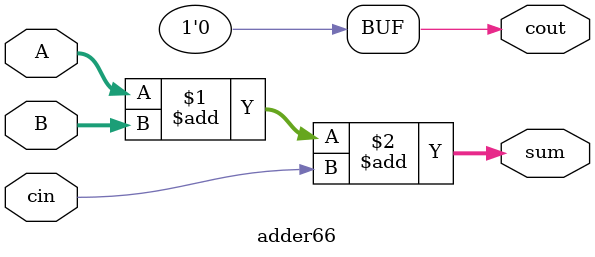
<source format=v>

module mul32(
    input clk,
    input resetn,
    input is_signed,
    input [31:0] A,
    input [31:0] B,
    output [63:0] product
);
wire [65:0] p33;
wire [32:0] a33;
wire [32:0] b33;
assign a33 = {A[31] & is_signed, A[31:0]};
assign b33 = {B[31] & is_signed, B[31:0]};
assign product = p33[63:0];

mul33 m33(
    .clk(clk),
    .resetn(resetn),
    .A(a33),
    .B(b33),
    .product(p33)
);

endmodule


module mul33(
    input clk,
    input resetn,
    input [32:0] A,
    input [32:0] B,
    output [65:0] product
);
wire [65:0] p [16:0];
wire [16:0] c;
wire [65:0] X [16:0];

assign X[0] = {{33{A[32]}},A[32:0]};
assign X[1] = {{31{A[32]}},A[32:0],2'b0};
assign X[2] = {{29{A[32]}},A[32:0],4'b0};
assign X[3] = {{27{A[32]}},A[32:0],6'b0};
assign X[4] = {{25{A[32]}},A[32:0],8'b0};
assign X[5] = {{23{A[32]}},A[32:0],10'b0};
assign X[6] = {{21{A[32]}},A[32:0],12'b0};
assign X[7] = {{19{A[32]}},A[32:0],14'b0};
assign X[8] = {{17{A[32]}},A[32:0],16'b0};
assign X[9] = {{15{A[32]}},A[32:0],18'b0};
assign X[10] = {{13{A[32]}},A[32:0],20'b0};
assign X[11] = {{11{A[32]}},A[32:0],22'b0};
assign X[12] = {{9{A[32]}},A[32:0],24'b0};
assign X[13] = {{7{A[32]}},A[32:0],26'b0};
assign X[14] = {{5{A[32]}},A[32:0],28'b0};
assign X[15] = {{3{A[32]}},A[32:0],30'b0};
assign X[16] = {A[32],A[32:0],32'b0};

booth b0(
	.y2(B[1]),
	.y1(B[0]),
	.y0(1'b0),
	.X(X[0]),
	.p(p[0]),
	.c(c[0])
);
genvar pi;
generate 
    for(pi = 1; pi<16; pi=pi+1)
        begin: booth_gen
            booth boothi(
                .y2(B[2*pi+1]),
                .y1(B[2*pi]),
                .y0(B[2*pi-1]),
                .X(X[pi]),
                .p(p[pi]),
                .c(c[pi])
            );
        end
endgenerate

//Notice that c[16] is constantly 0
booth b16(
	.y2(B[32]),
	.y1(B[32]),
	.y0(B[31]),
	.X(X[16]),
	.p(p[16]),
	.c(c[16])
);

wire [13:0] cout[65:0];
wire [65:0] C;
wire [65:0] S;
Wallace w0(
    .n0(p[0][0]),
    .n1(p[1][0]),
    .n2(p[2][0]),
    .n3(p[3][0]),
    .n4(p[4][0]),
    .n5(p[5][0]),
    .n6(p[6][0]),
    .n7(p[7][0]),
    .n8(p[8][0]),
    .n9(p[9][0]),
    .n10(p[10][0]),
    .n11(p[11][0]),
    .n12(p[12][0]),
    .n13(p[13][0]),
    .n14(p[14][0]),
    .n15(p[15][0]),
    .n16(p[16][0]),
    .cin0(c[0]),
    .cin1(c[1]),
    .cin2(c[2]),
    .cin3(c[3]),
    .cin4(c[4]),
    .cin5(c[5]),
    .cin6(c[6]),
    .cin7(c[7]),
    .cin8(c[8]),
    .cin9(c[9]),
    .cin10(c[10]),
    .cin11(c[11]),
    .cin12(c[12]),
    .cin13(c[13]),
    .c11(cout[0][0]),
    .c12(cout[0][1]),
    .c13(cout[0][2]),
    .c14(cout[0][3]),
    .c15(cout[0][4]),
    .c21(cout[0][5]),
    .c22(cout[0][6]),
    .c23(cout[0][7]),
    .c24(cout[0][8]),
    .c31(cout[0][9]),
    .c32(cout[0][10]),
    .c41(cout[0][11]),
    .c42(cout[0][12]),
    .c51(cout[0][13]),
    .c61(C[0]),
    .s61(S[0])
);
genvar wi;
generate 
    for(wi = 1; wi<66; wi=wi+1)
        begin: Wallace_gen
            Wallace wallacei(
                .n0(p[0][wi]),
                .n1(p[1][wi]),
                .n2(p[2][wi]),
                .n3(p[3][wi]),
                .n4(p[4][wi]),
                .n5(p[5][wi]),
                .n6(p[6][wi]),
                .n7(p[7][wi]),
                .n8(p[8][wi]),
                .n9(p[9][wi]),
                .n10(p[10][wi]),
                .n11(p[11][wi]),
                .n12(p[12][wi]),
                .n13(p[13][wi]),
                .n14(p[14][wi]),
                .n15(p[15][wi]),
                .n16(p[16][wi]),
                .cin0(cout[wi-1][0]),
                .cin1(cout[wi-1][1]),
                .cin2(cout[wi-1][2]),
                .cin3(cout[wi-1][3]),
                .cin4(cout[wi-1][4]),
                .cin5(cout[wi-1][5]),
                .cin6(cout[wi-1][6]),
                .cin7(cout[wi-1][7]),
                .cin8(cout[wi-1][8]),
                .cin9(cout[wi-1][9]),
                .cin10(cout[wi-1][10]),
                .cin11(cout[wi-1][11]),
                .cin12(cout[wi-1][12]),
                .cin13(cout[wi-1][13]),
                .c11(cout[wi][0]),
                .c12(cout[wi][1]),
                .c13(cout[wi][2]),
                .c14(cout[wi][3]),
                .c15(cout[wi][4]),
                .c21(cout[wi][5]),
                .c22(cout[wi][6]),
                .c23(cout[wi][7]),
                .c24(cout[wi][8]),
                .c31(cout[wi][9]),
                .c32(cout[wi][10]),
                .c41(cout[wi][11]),
                .c42(cout[wi][12]),
                .c51(cout[wi][13]),
                .c61(C[wi]),
                .s61(S[wi])
            );
        end
endgenerate

wire [65:0] in_A;
wire [65:0] in_B;
assign in_A = S;
assign in_B = {C[64:0],c[14]};

reg [65:0] in_A_r;
reg [65:0] in_B_r;
reg cin_r;
always @(posedge clk) begin
    if(!resetn) begin
        in_A_r <= 66'd0;
        in_B_r <= 66'd0;
        cin_r  <= 1'd0;
    end
    else begin 
        in_A_r <= in_A;
        in_B_r <= in_B;
        cin_r  <= c[15];
    end
end

adder66 add66(
	.cin(cin_r),
	.A(in_A_r),
	.B(in_B_r),
	.sum(product),
	.cout()
);


endmodule

module booth(
    input y2,
    input y1,
    input y0,
    input [65:0] X,
    output [65:0] p,
    output c
);

wire addx,add2x,subx,sub2x;
assign addx = ~y2&y1&~y0|~y2&~y1&y0;
assign add2x = ~y2&y1&y0;
assign subx = y2&y1&~y0|y2&~y1&y0;
assign sub2x = y2&~y1&~y0;
assign c = subx | sub2x;
assign p[0] = subx&~X[0] | addx&X[0] | sub2x;
genvar nbit;
generate 
    for(nbit = 1; nbit<66; nbit = nbit+1)
        begin: kkk
            assign p[nbit] = subx&~X[nbit]|sub2x&~X[nbit-1]|addx&X[nbit]|add2x&X[nbit-1];
        end
    
endgenerate

endmodule

module Full_adder(
    input A,
    input B,
    input cin,
    output sum,
    output cout
);
assign sum = ~A & ~B & cin | ~A & B & ~cin | A & ~B & ~cin | A & B & cin;
assign cout = A & B | A & cin | B & cin;

endmodule

module Wallace(
    input n0,
    input n1,
    input n2,
    input n3,
    input n4,
    input n5,
    input n6,
    input n7,
    input n8,
    input n9,
    input n10,
    input n11,
    input n12,
    input n13,
    input n14,
    input n15,
    input n16,
    input cin0,
    input cin1,
    input cin2,
    input cin3,
    input cin4,
    input cin5,
    input cin6,
    input cin7,
    input cin8,
    input cin9,
    input cin10,
    input cin11,
    input cin12,
    input cin13,
    output c11,
    output c12,
    output c13,
    output c14,
    output c15,
    output c21,
    output c22,
    output c23,
    output c24,
    output c31,
    output c32,
    output c41,
    output c42,
    output c51,
    output c61,
    output s61
);
wire s11,s12,s13,s14,s15;
wire s21,s22,s23,s24;
wire s31,s32;
wire s41,s42;
wire s51;

Full_adder a11(
    .A(n0),
    .B(n1),
    .cin(n2),
    .sum(s11),
    .cout(c11)
);
Full_adder a12(
    .A(n3),
    .B(n4),
    .cin(n5),
    .sum(s12),
    .cout(c12)
);
Full_adder a13(
    .A(n6),
    .B(n7),
    .cin(n8),
    .sum(s13),
    .cout(c13)
);
Full_adder a14(
    .A(n9),
    .B(n10),
    .cin(n11),
    .sum(s14),
    .cout(c14)
);
Full_adder a15(
    .A(n12),
    .B(n13),
    .cin(n14),
    .sum(s15),
    .cout(c15)
);
Full_adder a21(
    .A(s11),
    .B(s12),
    .cin(s13),
    .sum(s21),
    .cout(c21)
);
Full_adder a22(
    .A(s14),
    .B(s15),
    .cin(n15),
    .sum(s22),
    .cout(c22)
);
Full_adder a23(
    .A(cin0),
    .B(cin1),
    .cin(cin2),
    .sum(s23),
    .cout(c23)
);
Full_adder a24(
    .A(cin3),
    .B(cin4),
    .cin(n16),
    .sum(s24),
    .cout(c24)
);
Full_adder a31(
    .A(s21),
    .B(s22),
    .cin(s23),
    .sum(s31),
    .cout(c31)
);
Full_adder a32(
    .A(s24),
    .B(cin5),
    .cin(cin6),
    .sum(s32),
    .cout(c32)
);
Full_adder a41(
    .A(s31),
    .B(s32),
    .cin(cin7),
    .sum(s41),
    .cout(c41)
);
Full_adder a42(
    .A(cin8),
    .B(cin9),
    .cin(cin10),
    .sum(s42),
    .cout(c42)
);
Full_adder a51(
    .A(s41),
    .B(s42),
    .cin(cin11),
    .sum(s51),
    .cout(c51)
);
Full_adder a61(
    .A(s51),
    .B(cin12),
    .cin(cin13),
    .sum(s61),
    .cout(c61)
);

endmodule


module adder66(
    input cin,
    input [65:0] A,
    input [65:0] B,
    output [65:0] sum,
    output cout
);

assign sum = A + B + cin;
assign cout = 0;

endmodule



</source>
